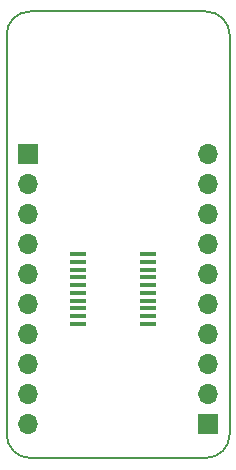
<source format=gbr>
G04 #@! TF.GenerationSoftware,KiCad,Pcbnew,5.1.6-c6e7f7d~86~ubuntu20.04.1*
G04 #@! TF.CreationDate,2020-05-17T01:16:49+03:00*
G04 #@! TF.ProjectId,BRK-TSSOP-20-4.4x6.5-P0.65,42524b2d-5453-4534-9f50-2d32302d342e,v1.0*
G04 #@! TF.SameCoordinates,Original*
G04 #@! TF.FileFunction,Soldermask,Top*
G04 #@! TF.FilePolarity,Negative*
%FSLAX46Y46*%
G04 Gerber Fmt 4.6, Leading zero omitted, Abs format (unit mm)*
G04 Created by KiCad (PCBNEW 5.1.6-c6e7f7d~86~ubuntu20.04.1) date 2020-05-17 01:16:49*
%MOMM*%
%LPD*%
G01*
G04 APERTURE LIST*
G04 #@! TA.AperFunction,Profile*
%ADD10C,0.150000*%
G04 #@! TD*
%ADD11R,1.450000X0.450000*%
%ADD12O,1.700000X1.700000*%
%ADD13R,1.700000X1.700000*%
G04 APERTURE END LIST*
D10*
X53000000Y-85800000D02*
G75*
G02*
X51000000Y-83800000I0J2000000D01*
G01*
X69900000Y-83800000D02*
G75*
G02*
X67900000Y-85800000I-2000000J0D01*
G01*
X67900000Y-48000000D02*
G75*
G02*
X69900000Y-50000000I0J-2000000D01*
G01*
X51000000Y-50000000D02*
G75*
G02*
X53000000Y-48000000I2000000J0D01*
G01*
X67900000Y-85800000D02*
X53000000Y-85800000D01*
X69900000Y-50000000D02*
X69900000Y-83800000D01*
X53000000Y-48000000D02*
X67900000Y-48000000D01*
X51000000Y-83800000D02*
X51000000Y-50000000D01*
D11*
X62950000Y-68575000D03*
X62950000Y-69225000D03*
X62950000Y-69875000D03*
X62950000Y-70525000D03*
X62950000Y-71175000D03*
X62950000Y-71825000D03*
X62950000Y-72475000D03*
X62950000Y-73125000D03*
X62950000Y-73775000D03*
X62950000Y-74425000D03*
X57050000Y-74425000D03*
X57050000Y-73775000D03*
X57050000Y-73125000D03*
X57050000Y-72475000D03*
X57050000Y-71825000D03*
X57050000Y-71175000D03*
X57050000Y-70525000D03*
X57050000Y-69875000D03*
X57050000Y-69225000D03*
X57050000Y-68575000D03*
D12*
X68040000Y-60100000D03*
X68040000Y-62640000D03*
X68040000Y-65180000D03*
X68040000Y-67720000D03*
X68040000Y-70260000D03*
X68040000Y-72800000D03*
X68040000Y-75340000D03*
X68040000Y-77880000D03*
X68040000Y-80420000D03*
D13*
X68040000Y-82960000D03*
D12*
X52800000Y-82960000D03*
X52800000Y-80420000D03*
X52800000Y-77880000D03*
X52800000Y-75340000D03*
X52800000Y-72800000D03*
X52800000Y-70260000D03*
X52800000Y-67720000D03*
X52800000Y-65180000D03*
X52800000Y-62640000D03*
D13*
X52800000Y-60100000D03*
M02*

</source>
